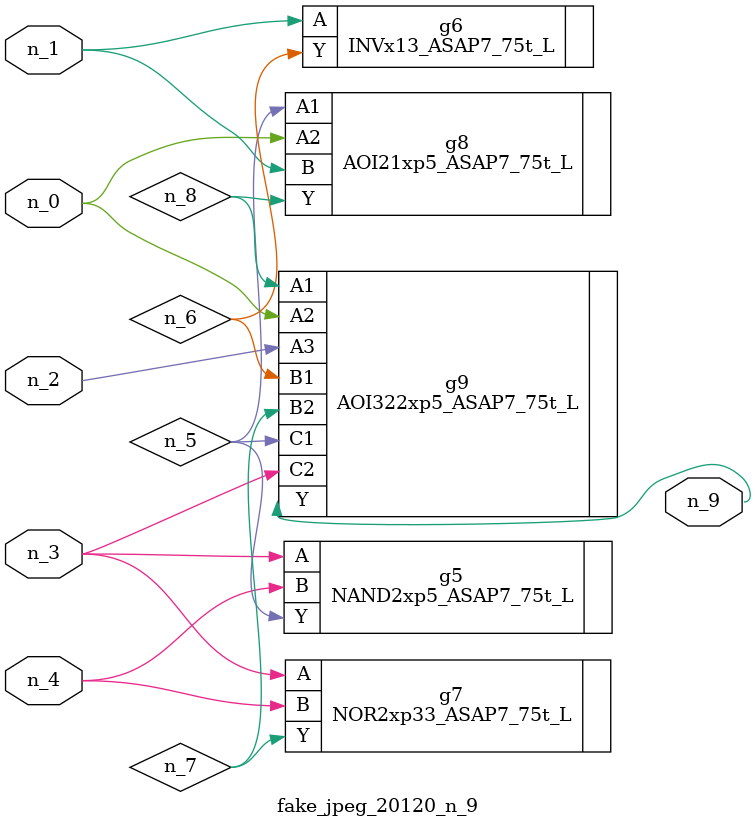
<source format=v>
module fake_jpeg_20120_n_9 (n_3, n_2, n_1, n_0, n_4, n_9);

input n_3;
input n_2;
input n_1;
input n_0;
input n_4;

output n_9;

wire n_8;
wire n_6;
wire n_5;
wire n_7;

NAND2xp5_ASAP7_75t_L g5 ( 
.A(n_3),
.B(n_4),
.Y(n_5)
);

INVx13_ASAP7_75t_L g6 ( 
.A(n_1),
.Y(n_6)
);

NOR2xp33_ASAP7_75t_L g7 ( 
.A(n_3),
.B(n_4),
.Y(n_7)
);

AOI21xp5_ASAP7_75t_L g8 ( 
.A1(n_5),
.A2(n_0),
.B(n_1),
.Y(n_8)
);

AOI322xp5_ASAP7_75t_L g9 ( 
.A1(n_8),
.A2(n_0),
.A3(n_2),
.B1(n_6),
.B2(n_7),
.C1(n_5),
.C2(n_3),
.Y(n_9)
);


endmodule
</source>
